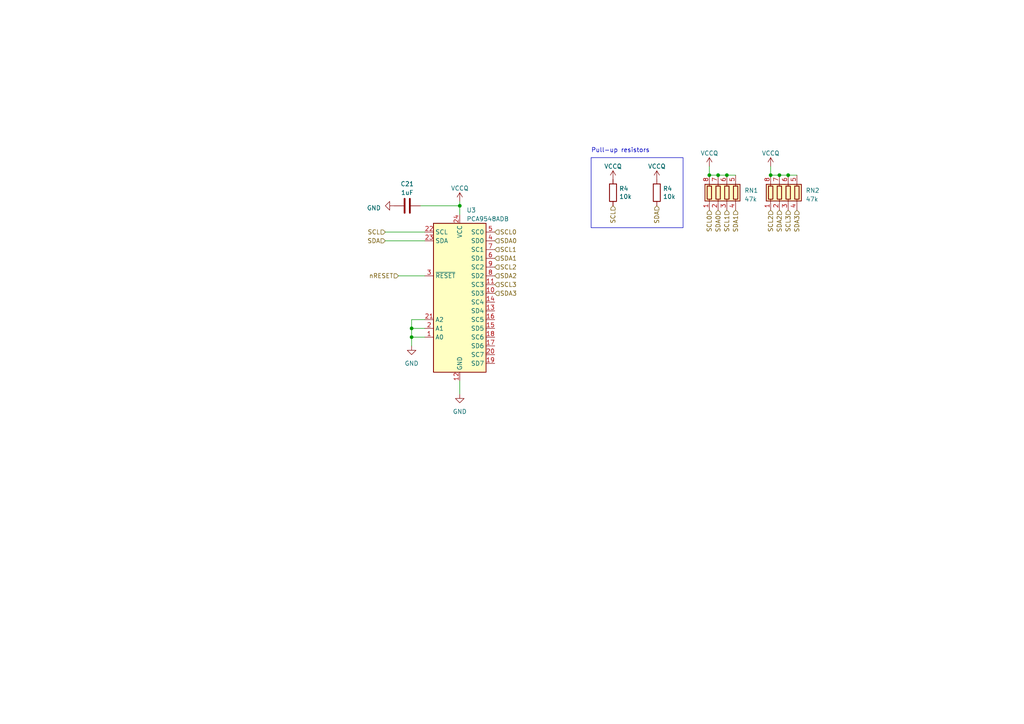
<source format=kicad_sch>
(kicad_sch (version 20230121) (generator eeschema)
  (paper "A4")
  (lib_symbols
    (symbol "Device:C" (pin_numbers hide) (pin_names (offset 0.254))
      (property "Reference" "C" (at 0.635 2.54 0))
      (property "Value" "C" (at 0.635 -2.54 0))
      (symbol "C_0_1"
        (polyline (pts (xy -2.032 -0.762) (xy 2.032 -0.762)) (stroke (width 0.508)))
        (polyline (pts (xy -2.032 0.762) (xy 2.032 0.762)) (stroke (width 0.508)))
      )
      (symbol "C_1_1"
        (pin passive line (at 0 3.81 270) (length 2.794) (name "~") (number "1"))
        (pin passive line (at 0 -3.81 90) (length 2.794) (name "~") (number "2"))
      )
    )
    (symbol "Device:R" (pin_numbers hide) (pin_names (offset 0))
      (property "Reference" "R" (at 2.032 0 90))
      (property "Value" "R" (at 0 0 90))
      (symbol "R_0_1"
        (rectangle (start -1.016 -2.54) (end 1.016 2.54) (stroke (width 0.254)))
      )
      (symbol "R_1_1"
        (pin passive line (at 0 3.81 270) (length 1.27) (name "~") (number "1"))
        (pin passive line (at 0 -3.81 90) (length 1.27) (name "~") (number "2"))
      )
    )
    (symbol "Device:R_Pack04" (pin_names (offset 0) hide)
      (property "Reference" "RN" (at -7.62 0 90))
      (property "Value" "R_Pack04" (at 5.08 0 90))
      (symbol "R_Pack04_0_1"
        (rectangle (start -6.35 -2.413) (end 3.81 2.413) (stroke (width 0.254)) (fill (type background)))
        (rectangle (start -5.715 1.905) (end -4.445 -1.905) (stroke (width 0.254)))
        (rectangle (start -3.175 1.905) (end -1.905 -1.905) (stroke (width 0.254)))
        (rectangle (start -0.635 1.905) (end 0.635 -1.905) (stroke (width 0.254)))
        (polyline (pts (xy -5.08 -2.54) (xy -5.08 -1.905)))
        (polyline (pts (xy -5.08 1.905) (xy -5.08 2.54)))
        (polyline (pts (xy -2.54 -2.54) (xy -2.54 -1.905)))
        (polyline (pts (xy -2.54 1.905) (xy -2.54 2.54)))
        (polyline (pts (xy 0 -2.54) (xy 0 -1.905)))
        (polyline (pts (xy 0 1.905) (xy 0 2.54)))
        (polyline (pts (xy 2.54 -2.54) (xy 2.54 -1.905)))
        (polyline (pts (xy 2.54 1.905) (xy 2.54 2.54)))
        (rectangle (start 1.905 1.905) (end 3.175 -1.905) (stroke (width 0.254)))
      )
      (symbol "R_Pack04_1_1"
        (pin passive line (at -5.08 -5.08 90) (length 2.54) (name "R1.1") (number "1"))
        (pin passive line (at -2.54 -5.08 90) (length 2.54) (name "R2.1") (number "2"))
        (pin passive line (at 0 -5.08 90) (length 2.54) (name "R3.1") (number "3"))
        (pin passive line (at 2.54 -5.08 90) (length 2.54) (name "R4.1") (number "4"))
        (pin passive line (at 2.54 5.08 270) (length 2.54) (name "R4.2") (number "5"))
        (pin passive line (at 0 5.08 270) (length 2.54) (name "R3.2") (number "6"))
        (pin passive line (at -2.54 5.08 270) (length 2.54) (name "R2.2") (number "7"))
        (pin passive line (at -5.08 5.08 270) (length 2.54) (name "R1.2") (number "8"))
      )
    )
    (symbol "Interface_Expansion:PCA9548ADB"
      (property "Reference" "U" (at -7.62 21.59 0))
      (property "Value" "PCA9548ADB" (at 1.016 21.59 0))
      (symbol "PCA9548ADB_0_1"
        (rectangle (start -7.62 20.32) (end 7.62 -22.86) (stroke (width 0.254)) (fill (type background)))
      )
      (symbol "PCA9548ADB_1_1"
        (pin input line (at -10.16 -12.7 0) (length 2.54) (name "A0") (number "1"))
        (pin bidirectional line (at 10.16 0 180) (length 2.54) (name "SD3") (number "10"))
        (pin output line (at 10.16 2.54 180) (length 2.54) (name "SC3") (number "11"))
        (pin power_in line (at 0 -25.4 90) (length 2.54) (name "GND") (number "12"))
        (pin bidirectional line (at 10.16 -5.08 180) (length 2.54) (name "SD4") (number "13"))
        (pin output line (at 10.16 -2.54 180) (length 2.54) (name "SC4") (number "14"))
        (pin bidirectional line (at 10.16 -10.16 180) (length 2.54) (name "SD5") (number "15"))
        (pin output line (at 10.16 -7.62 180) (length 2.54) (name "SC5") (number "16"))
        (pin bidirectional line (at 10.16 -15.24 180) (length 2.54) (name "SD6") (number "17"))
        (pin output line (at 10.16 -12.7 180) (length 2.54) (name "SC6") (number "18"))
        (pin bidirectional line (at 10.16 -20.32 180) (length 2.54) (name "SD7") (number "19"))
        (pin input line (at -10.16 -10.16 0) (length 2.54) (name "A1") (number "2"))
        (pin output line (at 10.16 -17.78 180) (length 2.54) (name "SC7") (number "20"))
        (pin input line (at -10.16 -7.62 0) (length 2.54) (name "A2") (number "21"))
        (pin input line (at -10.16 17.78 0) (length 2.54) (name "SCL") (number "22"))
        (pin bidirectional line (at -10.16 15.24 0) (length 2.54) (name "SDA") (number "23"))
        (pin power_in line (at 0 22.86 270) (length 2.54) (name "VCC") (number "24"))
        (pin input line (at -10.16 5.08 0) (length 2.54) (name "~{RESET}") (number "3"))
        (pin bidirectional line (at 10.16 15.24 180) (length 2.54) (name "SD0") (number "4"))
        (pin output line (at 10.16 17.78 180) (length 2.54) (name "SC0") (number "5"))
        (pin bidirectional line (at 10.16 10.16 180) (length 2.54) (name "SD1") (number "6"))
        (pin output line (at 10.16 12.7 180) (length 2.54) (name "SC1") (number "7"))
        (pin bidirectional line (at 10.16 5.08 180) (length 2.54) (name "SD2") (number "8"))
        (pin output line (at 10.16 7.62 180) (length 2.54) (name "SC2") (number "9"))
      )
    )
    (symbol "power:GND" (power) (pin_names (offset 0))
      (property "Value" "GND" (at 0 -3.81 0))
      (symbol "GND_0_1"
        (polyline (pts (xy 0 0) (xy 0 -1.27) (xy 1.27 -1.27) (xy 0 -2.54) (xy -1.27 -1.27) (xy 0 -1.27)))
      )
      (symbol "GND_1_1"
        (pin power_in line (at 0 0 270) (length 0) hide (name "GND") (number "1"))
      )
    )
    (symbol "power:VCCQ" (power) (pin_names (offset 0))
      (property "Value" "VCCQ" (at 0 3.81 0))
      (symbol "VCCQ_0_1"
        (polyline (pts (xy -0.762 1.27) (xy 0 2.54)))
        (polyline (pts (xy 0 0) (xy 0 2.54)))
        (polyline (pts (xy 0 2.54) (xy 0.762 1.27)))
      )
      (symbol "VCCQ_1_1"
        (pin power_in line (at 0 0 90) (length 0) hide (name "VCCQ") (number "1"))
      )
    )
  )
  (junction (at 208.28 50.8))
  (junction (at 223.52 50.8))
  (junction (at 205.74 50.8))
  (junction (at 210.82 50.8))
  (junction (at 119.38 95.25))
  (junction (at 119.38 97.79))
  (junction (at 226.06 50.8))
  (junction (at 228.6 50.8))
  (junction (at 133.35 59.69))
  (wire (pts (xy 119.38 92.71) (xy 123.19 92.71)))
  (wire (pts (xy 119.38 95.25) (xy 123.19 95.25)))
  (wire (pts (xy 205.74 48.26) (xy 205.74 50.8)))
  (wire (pts (xy 223.52 50.8) (xy 226.06 50.8)))
  (wire (pts (xy 119.38 97.79) (xy 119.38 95.25)))
  (wire (pts (xy 133.35 59.69) (xy 121.92 59.69)))
  (wire (pts (xy 111.76 67.31) (xy 123.19 67.31)))
  (wire (pts (xy 205.74 50.8) (xy 208.28 50.8)))
  (wire (pts (xy 133.35 62.23) (xy 133.35 59.69)))
  (wire (pts (xy 115.57 80.01) (xy 123.19 80.01)))
  (wire (pts (xy 133.35 58.42) (xy 133.35 59.69)))
  (wire (pts (xy 208.28 50.8) (xy 210.82 50.8)))
  (wire (pts (xy 119.38 97.79) (xy 123.19 97.79)))
  (wire (pts (xy 133.35 110.49) (xy 133.35 114.3)))
  (wire (pts (xy 119.38 100.33) (xy 119.38 97.79)))
  (wire (pts (xy 223.52 48.26) (xy 223.52 50.8)))
  (wire (pts (xy 226.06 50.8) (xy 228.6 50.8)))
  (wire (pts (xy 119.38 95.25) (xy 119.38 92.71)))
  (wire (pts (xy 111.76 69.85) (xy 123.19 69.85)))
  (wire (pts (xy 210.82 50.8) (xy 213.36 50.8)))
  (wire (pts (xy 228.6 50.8) (xy 231.14 50.8)))
  (rectangle (start 171.45 45.72) (end 198.12 66.04))
  (text "Pull-up resistors" (at 171.45 44.45 0) (effects (font (size 1.27 1.27)) (justify left bottom)))
  (hierarchical_label "SDA" (shape input) (at 111.76 69.85 180))
  (hierarchical_label "SCL0" (shape input) (at 205.74 60.96 270))
  (hierarchical_label "SCL3" (shape input) (at 143.51 82.55 0))
  (hierarchical_label "SDA0" (shape input) (at 143.51 69.85 0))
  (hierarchical_label "nRESET" (shape input) (at 115.57 80.01 180))
  (hierarchical_label "SDA3" (shape input) (at 231.14 60.96 270))
  (hierarchical_label "SDA" (shape input) (at 190.5 59.69 270))
  (hierarchical_label "SDA2" (shape input) (at 226.06 60.96 270))
  (hierarchical_label "SCL" (shape input) (at 177.8 59.69 270))
  (hierarchical_label "SCL2" (shape input) (at 143.51 77.47 0))
  (hierarchical_label "SCL" (shape input) (at 111.76 67.31 180))
  (hierarchical_label "SCL1" (shape input) (at 210.82 60.96 270))
  (hierarchical_label "SDA2" (shape input) (at 143.51 80.01 0))
  (hierarchical_label "SCL2" (shape input) (at 223.52 60.96 270))
  (hierarchical_label "SCL0" (shape input) (at 143.51 67.31 0))
  (hierarchical_label "SCL3" (shape input) (at 228.6 60.96 270))
  (hierarchical_label "SDA3" (shape input) (at 143.51 85.09 0))
  (hierarchical_label "SDA1" (shape input) (at 143.51 74.93 0))
  (hierarchical_label "SDA0" (shape input) (at 208.28 60.96 270))
  (hierarchical_label "SCL1" (shape input) (at 143.51 72.39 0))
  (hierarchical_label "SDA1" (shape input) (at 213.36 60.96 270))
  (symbol (lib_id "Device:R_Pack04") (at 228.6 55.88 0) (unit 1)
    (property "Reference" "RN2" (at 233.68 55.245 0) (effects (justify left)))
    (property "Value" "47k" (at 233.68 57.785 0) (effects (justify left)))
    (property "Footprint" "Resistor_SMD:R_Array_Convex_4x0402" (effects hide))
    (property "Datasheet" "https://www.yageo.com/upload/media/product/productsearch/datasheet/rchip/PYu-YC_TC_group_51_RoHS_L_9.pdf" (effects hide))
    (property "MPN" "YC124-JR-0747KL" (effects hide))
  )
  (symbol (lib_id "Device:R") (at 190.5 55.88 0) (unit 1)
    (property "Reference" "R4" (at 192.278 54.7116 0) (effects (justify left)))
    (property "Value" "10k" (at 192.278 57.023 0) (effects (justify left)))
    (property "Footprint" "Resistor_SMD:R_0603_1608Metric_Pad1.05x0.95mm_HandSolder" (effects hide))
    (property "Part Number" "RE0603BRE0710KL" (effects hide))
    (instances (project "NEW_PCB_ADCS" (path "" (reference "R4") (unit 1)) (path "" (reference "R5") (unit 1))) (project "pq9ish-main-hw2" (path "" (reference "R3") (unit 1))))
  )
  (symbol (lib_id "power:VCCQ") (at 177.8 52.07 0) (unit 1)
    (property "Reference" "#PWR060" (effects hide))
    (property "Value" "VCCQ" (at 177.8 48.26 0))
  )
  (symbol (lib_id "power:GND") (at 119.38 100.33 0) (unit 1)
    (property "Reference" "#PWR053" (effects hide))
    (property "Value" "GND" (at 119.38 105.41 0))
  )
  (symbol (lib_id "power:VCCQ") (at 133.35 58.42 0) (unit 1)
    (property "Reference" "#PWR058" (effects hide))
    (property "Value" "VCCQ" (at 133.35 54.61 0))
  )
  (symbol (lib_id "power:GND") (at 114.3 59.69 270) (unit 1)
    (property "Reference" "#PWR057" (effects hide))
    (property "Value" "GND" (at 110.49 60.325 90) (effects (justify right)))
  )
  (symbol (lib_id "Interface_Expansion:PCA9548ADB") (at 133.35 85.09 0) (unit 1)
    (property "Reference" "U3" (at 135.3059 60.96 0) (effects (justify left)))
    (property "Value" "PCA9548ADB" (at 135.3059 63.5 0) (effects (justify left)))
    (property "Footprint" "Package_SO:SSOP-24_5.3x8.2mm_P0.65mm" (effects hide))
    (property "Datasheet" "http://www.ti.com/lit/ds/symlink/pca9548a.pdf" (effects hide))
    (property "MPN" "PCA9548ADBR" (effects hide))
  )
  (symbol (lib_id "power:GND") (at 133.35 114.3 0) (unit 1)
    (property "Reference" "#PWR054" (effects hide))
    (property "Value" "GND" (at 133.35 119.38 0))
  )
  (symbol (lib_id "power:VCCQ") (at 205.74 48.26 0) (unit 1)
    (property "Reference" "#PWR062" (effects hide))
    (property "Value" "VCCQ" (at 205.74 44.45 0))
  )
  (symbol (lib_id "Device:C") (at 118.11 59.69 90) (unit 1)
    (property "Reference" "C21" (at 118.11 53.34 90))
    (property "Value" "1uF" (at 118.11 55.88 90))
  )
  (symbol (lib_id "Device:R_Pack04") (at 210.82 55.88 0) (unit 1)
    (property "Reference" "RN1" (at 215.9 55.245 0) (effects (justify left)))
    (property "Value" "47k" (at 215.9 57.785 0) (effects (justify left)))
    (property "Footprint" "Resistor_SMD:R_Array_Convex_4x0402" (effects hide))
    (property "Datasheet" "https://www.yageo.com/upload/media/product/productsearch/datasheet/rchip/PYu-YC_TC_group_51_RoHS_L_9.pdf" (effects hide))
    (property "MPN" "YC124-JR-0747KL" (effects hide))
  )
  (symbol (lib_id "Device:R") (at 177.8 55.88 0) (unit 1)
    (property "Reference" "R4" (at 179.578 54.7116 0) (effects (justify left)))
    (property "Value" "10k" (at 179.578 57.023 0) (effects (justify left)))
    (property "Footprint" "Resistor_SMD:R_0603_1608Metric_Pad1.05x0.95mm_HandSolder" (effects hide))
    (property "Part Number" "RE0603BRE0710KL" (effects hide))
    (instances (project "NEW_PCB_ADCS" (path "" (reference "R4") (unit 1)) (path "" (reference "R1") (unit 1))) (project "pq9ish-main-hw2" (path "" (reference "R3") (unit 1))))
  )
  (symbol (lib_id "power:VCCQ") (at 190.5 52.07 0) (unit 1)
    (property "Reference" "#PWR061" (effects hide))
    (property "Value" "VCCQ" (at 190.5 48.26 0))
  )
  (symbol (lib_id "power:VCCQ") (at 223.52 48.26 0) (unit 1)
    (property "Reference" "#PWR063" (effects hide))
    (property "Value" "VCCQ" (at 223.52 44.45 0))
  )
)
</source>
